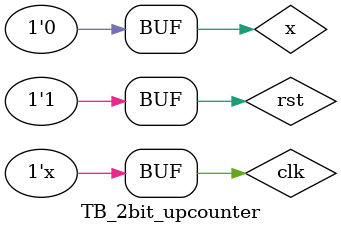
<source format=v>
`timescale 1ns / 1ps


module TB_2bit_upcounter();

reg clk, rst;
reg x;
wire [1:0] state;

upcounter_2bit u0(clk, rst, x, state);

initial begin
    clk <= 0;
    x <= 0;
    rst <= 1;
    #20 rst <= 0;
    #20 rst <= 1; // reset, 00
    #20 x <= 1; // 01
    #20 x <= 0;
    #20 x <= 1; // 10
    #20 x <= 0;
    #20 x <= 1; // 11
    #20 x <= 0;    
    #20 x <= 1; // 00
    #20 x <= 0;
end

always #5 clk <= ~clk;
endmodule

</source>
